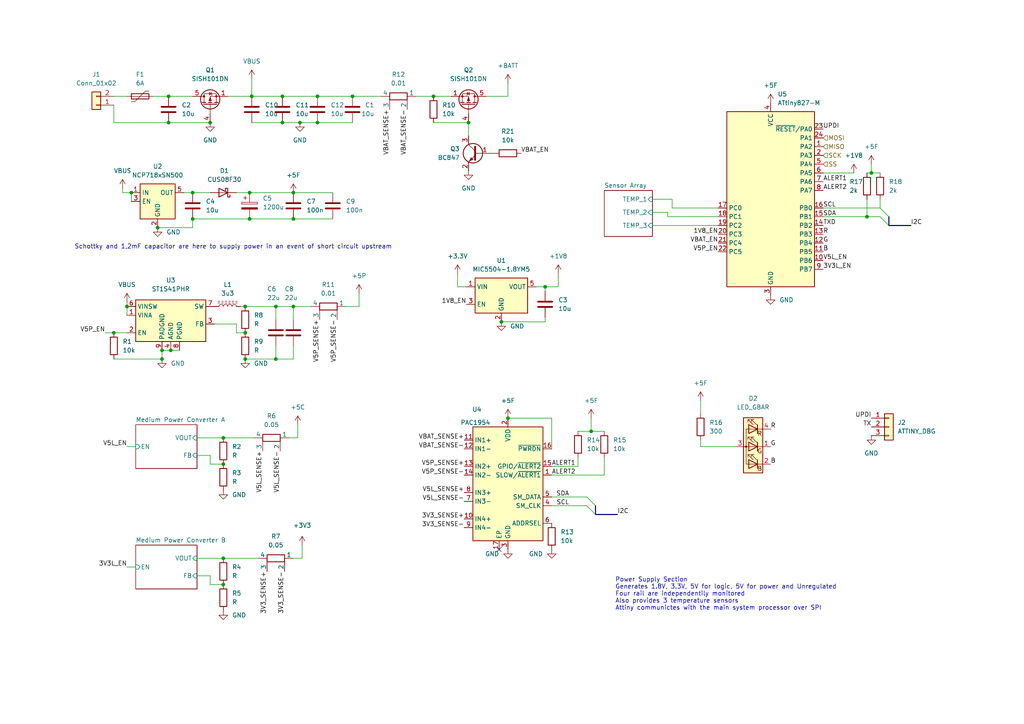
<source format=kicad_sch>
(kicad_sch (version 20211123) (generator eeschema)
  (paper "A4")
  (title_block (title "Tau") (rev "0.1.0") (company "3FALL"))
  (lib_symbols
    (symbol "Analog_ADC:PAC1934x-xJQ"
      (property "Reference" "U?" (at -10.16 21.59 0))
      (property "Value" "PAC1954" (at -10.16 19.05 0))
      (symbol "PAC1934x-xJQ_0_1"
        (rectangle (start -10.16 17.78) (end 10.16 -15.24) (stroke (width 0.254)) (fill (type background)))
      )
      (symbol "PAC1934x-xJQ_1_1"
        (pin open_collector line (at -12.7 3.81 0) (length 2.54) (name "SLOW/~{ALERT1}") (number "1"))
        (pin input line (at 12.7 -8.89 180) (length 2.54) (name "IN4+") (number "10"))
        (pin input line (at 12.7 13.97 180) (length 2.54) (name "IN1+") (number "11"))
        (pin input line (at 12.7 11.43 180) (length 2.54) (name "IN1-") (number "12"))
        (pin input line (at 12.7 6.35 180) (length 2.54) (name "IN2+") (number "13"))
        (pin input line (at 12.7 3.81 180) (length 2.54) (name "IN2-") (number "14"))
        (pin open_collector line (at -12.7 6.35 0) (length 2.54) (name "GPIO/~{ALERT2}") (number "15"))
        (pin input line (at -12.7 11.43 0) (length 2.54) (name "~{PWRDN}") (number "16"))
        (pin power_in line (at 2.54 -17.78 90) (length 2.54) (name "EP") (number "17"))
        (pin power_in line (at 0 20.32 270) (length 2.54) (name "VDD") (number "2"))
        (pin power_in line (at 0 -17.78 90) (length 2.54) (name "GND") (number "3"))
        (pin input line (at -12.7 -5.08 0) (length 2.54) (name "SM_CLK") (number "4"))
        (pin bidirectional line (at -12.7 -2.54 0) (length 2.54) (name "SM_DATA") (number "5"))
        (pin passive line (at -12.7 -10.16 0) (length 2.54) (name "ADDRSEL") (number "6"))
        (pin input line (at 12.7 -3.81 180) (length 2.54) (name "IN3-") (number "7"))
        (pin input line (at 12.7 -1.27 180) (length 2.54) (name "IN3+") (number "8"))
        (pin input line (at 12.7 -11.43 180) (length 2.54) (name "IN4-") (number "9"))
      )
    )
    (symbol "Connector_Generic:Conn_01x02" (pin_names (offset 1.016) hide)
      (property "Reference" "J" (at 0 2.54 0))
      (property "Value" "Conn_01x02" (at 0 -5.08 0))
      (symbol "Conn_01x02_1_1"
        (rectangle (start -1.27 -2.413) (end 0 -2.667) (stroke (width 0.1524)))
        (rectangle (start -1.27 0.127) (end 0 -0.127) (stroke (width 0.1524)))
        (rectangle (start -1.27 1.27) (end 1.27 -3.81) (stroke (width 0.254)) (fill (type background)))
        (pin passive line (at -5.08 0 0) (length 3.81) (name "Pin_1") (number "1"))
        (pin passive line (at -5.08 -2.54 0) (length 3.81) (name "Pin_2") (number "2"))
      )
    )
    (symbol "Connector_Generic:Conn_01x03" (pin_names (offset 1.016) hide)
      (property "Reference" "J" (at 0 5.08 0))
      (property "Value" "Conn_01x03" (at 0 -5.08 0))
      (symbol "Conn_01x03_1_1"
        (rectangle (start -1.27 -2.413) (end 0 -2.667) (stroke (width 0.1524)))
        (rectangle (start -1.27 0.127) (end 0 -0.127) (stroke (width 0.1524)))
        (rectangle (start -1.27 2.667) (end 0 2.413) (stroke (width 0.1524)))
        (rectangle (start -1.27 3.81) (end 1.27 -3.81) (stroke (width 0.254)) (fill (type background)))
        (pin passive line (at -5.08 2.54 0) (length 3.81) (name "Pin_1") (number "1"))
        (pin passive line (at -5.08 0 0) (length 3.81) (name "Pin_2") (number "2"))
        (pin passive line (at -5.08 -2.54 0) (length 3.81) (name "Pin_3") (number "3"))
      )
    )
    (symbol "Device:C" (pin_numbers hide) (pin_names (offset 0.254))
      (property "Reference" "C" (at 0.635 2.54 0))
      (property "Value" "C" (at 0.635 -2.54 0))
      (symbol "C_0_1"
        (polyline (pts (xy -2.032 -0.762) (xy 2.032 -0.762)) (stroke (width 0.508)))
        (polyline (pts (xy -2.032 0.762) (xy 2.032 0.762)) (stroke (width 0.508)))
      )
      (symbol "C_1_1"
        (pin passive line (at 0 3.81 270) (length 2.794) (name "~") (number "1"))
        (pin passive line (at 0 -3.81 90) (length 2.794) (name "~") (number "2"))
      )
    )
    (symbol "Device:C_Polarized" (pin_numbers hide) (pin_names (offset 0.254))
      (property "Reference" "C" (at 0.635 2.54 0))
      (property "Value" "C_Polarized" (at 0.635 -2.54 0))
      (symbol "C_Polarized_0_1"
        (rectangle (start -2.286 0.508) (end 2.286 1.016))
        (polyline (pts (xy -1.778 2.286) (xy -0.762 2.286)))
        (polyline (pts (xy -1.27 2.794) (xy -1.27 1.778)))
        (rectangle (start 2.286 -0.508) (end -2.286 -1.016) (fill (type outline)))
      )
      (symbol "C_Polarized_1_1"
        (pin passive line (at 0 3.81 270) (length 2.794) (name "~") (number "1"))
        (pin passive line (at 0 -3.81 90) (length 2.794) (name "~") (number "2"))
      )
    )
    (symbol "Device:D_Schottky" (pin_numbers hide) (pin_names (offset 1.016) hide)
      (property "Reference" "D" (at 0 2.54 0))
      (property "Value" "D_Schottky" (at 0 -2.54 0))
      (symbol "D_Schottky_0_1"
        (polyline (pts (xy 1.27 0) (xy -1.27 0)))
        (polyline (pts (xy 1.27 1.27) (xy 1.27 -1.27) (xy -1.27 0) (xy 1.27 1.27)) (stroke (width 0.254)))
        (polyline (pts (xy -1.905 0.635) (xy -1.905 1.27) (xy -1.27 1.27) (xy -1.27 -1.27) (xy -0.635 -1.27) (xy -0.635 -0.635)) (stroke (width 0.254)))
      )
      (symbol "D_Schottky_1_1"
        (pin passive line (at -3.81 0 0) (length 2.54) (name "K") (number "1"))
        (pin passive line (at 3.81 0 180) (length 2.54) (name "A") (number "2"))
      )
    )
    (symbol "Device:LED_GBAR" (pin_names (offset 0) hide)
      (property "Reference" "D" (at 0 9.398 0))
      (property "Value" "LED_GBAR" (at 0 -8.89 0))
      (symbol "LED_GBAR_0_0"
        (text "B" (at -1.905 -6.35 0) (effects (font (size 1.27 1.27))))
        (text "G" (at -1.905 -1.27 0) (effects (font (size 1.27 1.27))))
        (text "R" (at -1.905 3.81 0) (effects (font (size 1.27 1.27))))
      )
      (symbol "LED_GBAR_0_1"
        (polyline (pts (xy -1.27 -5.08) (xy -2.54 -5.08)))
        (polyline (pts (xy -1.27 -5.08) (xy 1.27 -5.08)))
        (polyline (pts (xy -1.27 -3.81) (xy -1.27 -6.35)) (stroke (width 0.254)))
        (polyline (pts (xy -1.27 0) (xy -2.54 0)))
        (polyline (pts (xy -1.27 1.27) (xy -1.27 -1.27)) (stroke (width 0.254)))
        (polyline (pts (xy -1.27 5.08) (xy -2.54 5.08)))
        (polyline (pts (xy -1.27 5.08) (xy 1.27 5.08)))
        (polyline (pts (xy -1.27 6.35) (xy -1.27 3.81)) (stroke (width 0.254)))
        (polyline (pts (xy 1.27 0) (xy -1.27 0)))
        (polyline (pts (xy 1.27 0) (xy 2.54 0)))
        (polyline (pts (xy -1.27 1.27) (xy -1.27 -1.27) (xy -1.27 -1.27)))
        (polyline (pts (xy -1.27 6.35) (xy -1.27 3.81) (xy -1.27 3.81)))
        (polyline (pts (xy 1.27 -5.08) (xy 2.032 -5.08) (xy 2.032 5.08) (xy 1.27 5.08)))
        (polyline (pts (xy 1.27 -3.81) (xy 1.27 -6.35) (xy -1.27 -5.08) (xy 1.27 -3.81)) (stroke (width 0.254)))
        (polyline (pts (xy 1.27 1.27) (xy 1.27 -1.27) (xy -1.27 0) (xy 1.27 1.27)) (stroke (width 0.254)))
        (polyline (pts (xy 1.27 6.35) (xy 1.27 3.81) (xy -1.27 5.08) (xy 1.27 6.35)) (stroke (width 0.254)))
        (polyline (pts (xy -1.016 -3.81) (xy 0.508 -2.286) (xy -0.254 -2.286) (xy 0.508 -2.286) (xy 0.508 -3.048)))
        (polyline (pts (xy -1.016 1.27) (xy 0.508 2.794) (xy -0.254 2.794) (xy 0.508 2.794) (xy 0.508 2.032)))
        (polyline (pts (xy -1.016 6.35) (xy 0.508 7.874) (xy -0.254 7.874) (xy 0.508 7.874) (xy 0.508 7.112)))
        (polyline (pts (xy 0 -3.81) (xy 1.524 -2.286) (xy 0.762 -2.286) (xy 1.524 -2.286) (xy 1.524 -3.048)))
        (polyline (pts (xy 0 1.27) (xy 1.524 2.794) (xy 0.762 2.794) (xy 1.524 2.794) (xy 1.524 2.032)))
        (polyline (pts (xy 0 6.35) (xy 1.524 7.874) (xy 0.762 7.874) (xy 1.524 7.874) (xy 1.524 7.112)))
        (rectangle (start 1.27 -1.27) (end 1.27 1.27))
        (rectangle (start 1.27 1.27) (end 1.27 1.27))
        (rectangle (start 1.27 3.81) (end 1.27 6.35))
        (rectangle (start 1.27 6.35) (end 1.27 6.35))
        (circle (center 2.032 0) (radius 0.254) (fill (type outline)))
        (rectangle (start 2.794 8.382) (end -2.794 -7.62) (stroke (width 0.254)) (fill (type background)))
      )
      (symbol "LED_GBAR_1_1"
        (pin passive line (at -5.08 0 0) (length 2.54) (name "GK") (number "1"))
        (pin passive line (at -5.08 -5.08 0) (length 2.54) (name "BK") (number "2"))
        (pin passive line (at 5.08 0 180) (length 2.54) (name "A") (number "3"))
        (pin passive line (at -5.08 5.08 0) (length 2.54) (name "RK") (number "4"))
      )
    )
    (symbol "Device:L_Ferrite" (pin_numbers hide) (pin_names (offset 1.016) hide)
      (property "Reference" "L" (at -1.27 0 90))
      (property "Value" "L_Ferrite" (at 2.794 0 90))
      (symbol "L_Ferrite_0_1"
        (arc (start 0 -2.54) (mid 0.635 -1.905) (end 0 -1.27))
        (arc (start 0 -1.27) (mid 0.635 -0.635) (end 0 0))
        (polyline (pts (xy 1.016 -2.794) (xy 1.016 -2.286)))
        (polyline (pts (xy 1.016 -1.778) (xy 1.016 -1.27)))
        (polyline (pts (xy 1.016 -0.762) (xy 1.016 -0.254)))
        (polyline (pts (xy 1.016 0.254) (xy 1.016 0.762)))
        (polyline (pts (xy 1.016 1.27) (xy 1.016 1.778)))
        (polyline (pts (xy 1.016 2.286) (xy 1.016 2.794)))
        (polyline (pts (xy 1.524 -2.286) (xy 1.524 -2.794)))
        (polyline (pts (xy 1.524 -1.27) (xy 1.524 -1.778)))
        (polyline (pts (xy 1.524 -0.254) (xy 1.524 -0.762)))
        (polyline (pts (xy 1.524 0.762) (xy 1.524 0.254)))
        (polyline (pts (xy 1.524 1.778) (xy 1.524 1.27)))
        (polyline (pts (xy 1.524 2.794) (xy 1.524 2.286)))
        (arc (start 0 0) (mid 0.635 0.635) (end 0 1.27))
        (arc (start 0 1.27) (mid 0.635 1.905) (end 0 2.54))
      )
      (symbol "L_Ferrite_1_1"
        (pin passive line (at 0 3.81 270) (length 1.27) (name "1") (number "1"))
        (pin passive line (at 0 -3.81 90) (length 1.27) (name "2") (number "2"))
      )
    )
    (symbol "Device:Polyfuse" (pin_numbers hide) (pin_names (offset 0))
      (property "Reference" "F" (at -2.54 0 90))
      (property "Value" "Polyfuse" (at 2.54 0 90))
      (symbol "Polyfuse_0_1"
        (rectangle (start -0.762 2.54) (end 0.762 -2.54) (stroke (width 0.254)))
        (polyline (pts (xy 0 2.54) (xy 0 -2.54)))
        (polyline (pts (xy -1.524 2.54) (xy -1.524 1.524) (xy 1.524 -1.524) (xy 1.524 -2.54)))
      )
      (symbol "Polyfuse_1_1"
        (pin passive line (at 0 3.81 270) (length 1.27) (name "~") (number "1"))
        (pin passive line (at 0 -3.81 90) (length 1.27) (name "~") (number "2"))
      )
    )
    (symbol "Device:R" (pin_numbers hide) (pin_names (offset 0))
      (property "Reference" "R" (at 2.032 0 90))
      (property "Value" "R" (at 0 0 90))
      (symbol "R_0_1"
        (rectangle (start -1.016 -2.54) (end 1.016 2.54) (stroke (width 0.254)))
      )
      (symbol "R_1_1"
        (pin passive line (at 0 3.81 270) (length 1.27) (name "~") (number "1"))
        (pin passive line (at 0 -3.81 90) (length 1.27) (name "~") (number "2"))
      )
    )
    (symbol "Device:R_Shunt" (pin_numbers hide) (pin_names (offset 0))
      (property "Reference" "R" (at -4.445 0 90))
      (property "Value" "R_Shunt" (at -2.54 0 90))
      (symbol "R_Shunt_0_1"
        (rectangle (start -1.016 -2.54) (end 1.016 2.54) (stroke (width 0.254)))
        (polyline (pts (xy 0 -2.54) (xy 1.27 -2.54)))
        (polyline (pts (xy 1.27 2.54) (xy 0 2.54)))
      )
      (symbol "R_Shunt_1_1"
        (pin passive line (at 0 5.08 270) (length 2.54) (name "1") (number "1"))
        (pin passive line (at 3.81 2.54 180) (length 2.54) (name "2") (number "2"))
        (pin passive line (at 3.81 -2.54 180) (length 2.54) (name "3") (number "3"))
        (pin passive line (at 0 -5.08 90) (length 2.54) (name "4") (number "4"))
      )
    )
    (symbol "MCU_Microchip_ATtiny:ATtiny827-M"
      (property "Reference" "U" (at -12.7 26.67 0))
      (property "Value" "ATtiny827-M" (at 2.54 -26.67 0))
      (symbol "ATtiny827-M_0_1"
        (rectangle (start -12.7 -25.4) (end 12.7 25.4) (stroke (width 0.254)) (fill (type background)))
      )
      (symbol "ATtiny827-M_1_1"
        (pin bidirectional line (at 15.24 15.24 180) (length 2.54) (name "PA2") (number "1"))
        (pin bidirectional line (at 15.24 -17.78 180) (length 2.54) (name "PB6") (number "10"))
        (pin bidirectional line (at 15.24 -15.24 180) (length 2.54) (name "PB5") (number "11"))
        (pin bidirectional line (at 15.24 -12.7 180) (length 2.54) (name "PB4") (number "12"))
        (pin bidirectional line (at 15.24 -10.16 180) (length 2.54) (name "PB3") (number "13"))
        (pin bidirectional line (at 15.24 -7.62 180) (length 2.54) (name "PB2") (number "14"))
        (pin bidirectional line (at 15.24 -5.08 180) (length 2.54) (name "PB1") (number "15"))
        (pin bidirectional line (at 15.24 -2.54 180) (length 2.54) (name "PB0") (number "16"))
        (pin bidirectional line (at -15.24 -2.54 0) (length 2.54) (name "PC0") (number "17"))
        (pin bidirectional line (at -15.24 -5.08 0) (length 2.54) (name "PC1") (number "18"))
        (pin bidirectional line (at -15.24 -7.62 0) (length 2.54) (name "PC2") (number "19"))
        (pin bidirectional line (at 15.24 12.7 180) (length 2.54) (name "PA3") (number "2"))
        (pin bidirectional line (at -15.24 -10.16 0) (length 2.54) (name "PC3") (number "20"))
        (pin bidirectional line (at -15.24 -12.7 0) (length 2.54) (name "PC4") (number "21"))
        (pin bidirectional line (at -15.24 -15.24 0) (length 2.54) (name "PC5") (number "22"))
        (pin bidirectional line (at 15.24 20.32 180) (length 2.54) (name "~{RESET}/PA0") (number "23"))
        (pin bidirectional line (at 15.24 17.78 180) (length 2.54) (name "PA1") (number "24"))
        (pin passive line (at 0 -27.94 90) (length 2.54) hide (name "GND") (number "25"))
        (pin power_in line (at 0 -27.94 90) (length 2.54) (name "GND") (number "3"))
        (pin power_in line (at 0 27.94 270) (length 2.54) (name "VCC") (number "4"))
        (pin bidirectional line (at 15.24 10.16 180) (length 2.54) (name "PA4") (number "5"))
        (pin bidirectional line (at 15.24 7.62 180) (length 2.54) (name "PA5") (number "6"))
        (pin bidirectional line (at 15.24 5.08 180) (length 2.54) (name "PA6") (number "7"))
        (pin bidirectional line (at 15.24 2.54 180) (length 2.54) (name "PA7") (number "8"))
        (pin bidirectional line (at 15.24 -20.32 180) (length 2.54) (name "PB7") (number "9"))
      )
    )
    (symbol "Regulator_Linear:MIC5504-1.8YM5"
      (property "Reference" "U" (at -7.62 8.89 0))
      (property "Value" "MIC5504-1.8YM5" (at -7.62 6.35 0))
      (symbol "MIC5504-1.8YM5_0_1"
        (rectangle (start -7.62 -5.08) (end 7.62 5.08) (stroke (width 0.254)) (fill (type background)))
      )
      (symbol "MIC5504-1.8YM5_1_1"
        (pin power_in line (at -10.16 2.54 0) (length 2.54) (name "VIN") (number "1"))
        (pin power_in line (at 0 -7.62 90) (length 2.54) (name "GND") (number "2"))
        (pin input line (at -10.16 -2.54 0) (length 2.54) (name "EN") (number "3"))
        (pin no_connect line (at 7.62 -2.54 180) (length 2.54) hide (name "NC") (number "4"))
        (pin power_out line (at 10.16 2.54 180) (length 2.54) (name "VOUT") (number "5"))
      )
    )
    (symbol "Regulator_Linear:NCP718xSN500"
      (property "Reference" "U" (at -3.81 6.35 0))
      (property "Value" "NCP718xSN500" (at 6.35 6.35 0))
      (symbol "NCP718xSN500_0_1"
        (rectangle (start -5.08 -5.08) (end 5.08 5.08) (stroke (width 0.254)) (fill (type background)))
        (pin power_in line (at -7.62 2.54 0) (length 2.54) (name "IN") (number "1"))
        (pin power_in line (at 0 -7.62 90) (length 2.54) (name "GND") (number "2"))
        (pin input line (at -7.62 0 0) (length 2.54) (name "EN") (number "3"))
        (pin no_connect line (at 5.08 0 180) (length 2.54) hide (name "NC") (number "4"))
        (pin power_out line (at 7.62 2.54 180) (length 2.54) (name "OUT") (number "5"))
      )
    )
    (symbol "Regulator_Switching:ST1S10PHR"
      (property "Reference" "U?" (at 0 10.16 0))
      (property "Value" "ST1S41PHR" (at 0 7.62 0))
      (symbol "ST1S10PHR_0_1"
        (rectangle (start 10.16 4.445) (end -10.16 -7.62) (stroke (width 0.254)) (fill (type background)))
      )
      (symbol "ST1S10PHR_1_1"
        (pin power_in line (at -12.7 0 0) (length 2.54) (name "VINA") (number "1"))
        (pin input line (at -12.7 -5.08 0) (length 2.54) (name "EN") (number "2"))
        (pin input line (at 12.7 -2.54 180) (length 2.54) (name "FB") (number "3"))
        (pin power_in line (at 0 -10.16 90) (length 2.54) (name "AGND") (number "4"))
        (pin input line (at -12.7 2.54 0) (length 2.54) (name "VINSW") (number "6"))
        (pin output line (at 12.7 2.54 180) (length 2.54) (name "SW") (number "7"))
        (pin power_in line (at 2.54 -10.16 90) (length 2.54) (name "PGND") (number "8"))
        (pin power_in line (at -2.54 -10.16 90) (length 2.54) (name "PADGND") (number "9"))
      )
    )
    (symbol "Transistor_BJT:BC847" (pin_names (offset 0) hide)
      (property "Reference" "Q" (at 5.08 1.905 0))
      (property "Value" "BC847" (at 5.08 0 0))
      (symbol "BC847_0_1"
        (polyline (pts (xy 0.635 0.635) (xy 2.54 2.54)))
        (polyline (pts (xy 0.635 -0.635) (xy 2.54 -2.54) (xy 2.54 -2.54)))
        (polyline (pts (xy 0.635 1.905) (xy 0.635 -1.905) (xy 0.635 -1.905)) (stroke (width 0.508)))
        (polyline (pts (xy 1.27 -1.778) (xy 1.778 -1.27) (xy 2.286 -2.286) (xy 1.27 -1.778) (xy 1.27 -1.778)) (fill (type outline)))
        (circle (center 1.27 0) (radius 2.8194) (stroke (width 0.254)))
      )
      (symbol "BC847_1_1"
        (pin input line (at -5.08 0 0) (length 5.715) (name "B") (number "1"))
        (pin passive line (at 2.54 -5.08 90) (length 2.54) (name "E") (number "2"))
        (pin passive line (at 2.54 5.08 270) (length 2.54) (name "C") (number "3"))
      )
    )
    (symbol "Transistor_FET:SiS415DNT" (pin_names hide)
      (property "Reference" "Q" (at 5.08 1.905 0))
      (property "Value" "SiS415DNT" (at 5.08 0 0))
      (symbol "SiS415DNT_0_1"
        (polyline (pts (xy 0.254 0) (xy -2.54 0)))
        (polyline (pts (xy 0.254 1.905) (xy 0.254 -1.905)) (stroke (width 0.254)))
        (polyline (pts (xy 0.762 -1.27) (xy 0.762 -2.286)) (stroke (width 0.254)))
        (polyline (pts (xy 0.762 0.508) (xy 0.762 -0.508)) (stroke (width 0.254)))
        (polyline (pts (xy 0.762 2.286) (xy 0.762 1.27)) (stroke (width 0.254)))
        (polyline (pts (xy 2.54 2.54) (xy 2.54 1.778)))
        (polyline (pts (xy 2.54 -2.54) (xy 2.54 0) (xy 0.762 0)))
        (polyline (pts (xy 0.762 1.778) (xy 3.302 1.778) (xy 3.302 -1.778) (xy 0.762 -1.778)))
        (polyline (pts (xy 2.286 0) (xy 1.27 0.381) (xy 1.27 -0.381) (xy 2.286 0)) (fill (type outline)))
        (polyline (pts (xy 2.794 -0.508) (xy 2.921 -0.381) (xy 3.683 -0.381) (xy 3.81 -0.254)))
        (polyline (pts (xy 3.302 -0.381) (xy 2.921 0.254) (xy 3.683 0.254) (xy 3.302 -0.381)))
        (circle (center 1.651 0) (radius 2.794) (stroke (width 0.254)))
        (circle (center 2.54 -1.778) (radius 0.254) (fill (type outline)))
        (circle (center 2.54 1.778) (radius 0.254) (fill (type outline)))
      )
      (symbol "SiS415DNT_1_1"
        (pin passive line (at 2.54 -5.08 90) (length 2.54) (name "S") (number "1"))
        (pin passive line (at 2.54 -5.08 90) (length 2.54) hide (name "S") (number "2"))
        (pin passive line (at 2.54 -5.08 90) (length 2.54) hide (name "S") (number "3"))
        (pin passive line (at -5.08 0 0) (length 2.54) (name "G") (number "4"))
        (pin passive line (at 2.54 5.08 270) (length 2.54) (name "D") (number "5"))
      )
    )
    (symbol "power:+1V8" (power) (pin_names (offset 0))
      (property "Value" "+1V8" (at 0 3.556 0))
      (symbol "+1V8_0_1"
        (polyline (pts (xy -0.762 1.27) (xy 0 2.54)))
        (polyline (pts (xy 0 0) (xy 0 2.54)))
        (polyline (pts (xy 0 2.54) (xy 0.762 1.27)))
      )
      (symbol "+1V8_1_1"
        (pin power_in line (at 0 0 90) (length 0) hide (name "+1V8") (number "1"))
      )
    )
    (symbol "power:+3.3V" (power) (pin_names (offset 0))
      (property "Value" "+3.3V" (at 0 3.556 0))
      (symbol "+3.3V_0_1"
        (polyline (pts (xy -0.762 1.27) (xy 0 2.54)))
        (polyline (pts (xy 0 0) (xy 0 2.54)))
        (polyline (pts (xy 0 2.54) (xy 0.762 1.27)))
      )
      (symbol "+3.3V_1_1"
        (pin power_in line (at 0 0 90) (length 0) hide (name "+3.3V") (number "1"))
      )
    )
    (symbol "power:+3V3" (power) (pin_names (offset 0))
      (property "Value" "+3V3" (at 0 3.556 0))
      (symbol "+3V3_0_1"
        (polyline (pts (xy -0.762 1.27) (xy 0 2.54)))
        (polyline (pts (xy 0 0) (xy 0 2.54)))
        (polyline (pts (xy 0 2.54) (xy 0.762 1.27)))
      )
      (symbol "+3V3_1_1"
        (pin power_in line (at 0 0 90) (length 0) hide (name "+3V3") (number "1"))
      )
    )
    (symbol "power:+5C" (power) (pin_names (offset 0))
      (property "Value" "+5C" (at 0 3.556 0))
      (symbol "+5C_0_1"
        (polyline (pts (xy -0.762 1.27) (xy 0 2.54)))
        (polyline (pts (xy 0 0) (xy 0 2.54)))
        (polyline (pts (xy 0 2.54) (xy 0.762 1.27)))
      )
      (symbol "+5C_1_1"
        (pin power_in line (at 0 0 90) (length 0) hide (name "+5C") (number "1"))
      )
    )
    (symbol "power:+5F" (power) (pin_names (offset 0))
      (property "Value" "+5F" (at 0 3.556 0))
      (symbol "+5F_0_1"
        (polyline (pts (xy -0.762 1.27) (xy 0 2.54)))
        (polyline (pts (xy 0 0) (xy 0 2.54)))
        (polyline (pts (xy 0 2.54) (xy 0.762 1.27)))
      )
      (symbol "+5F_1_1"
        (pin power_in line (at 0 0 90) (length 0) hide (name "+5F") (number "1"))
      )
    )
    (symbol "power:+5P" (power) (pin_names (offset 0))
      (property "Value" "+5P" (at 0 3.556 0))
      (symbol "+5P_0_1"
        (polyline (pts (xy -0.762 1.27) (xy 0 2.54)))
        (polyline (pts (xy 0 0) (xy 0 2.54)))
        (polyline (pts (xy 0 2.54) (xy 0.762 1.27)))
      )
      (symbol "+5P_1_1"
        (pin power_in line (at 0 0 90) (length 0) hide (name "+5P") (number "1"))
      )
    )
    (symbol "power:+BATT" (power) (pin_names (offset 0))
      (property "Value" "+BATT" (at 0 3.556 0))
      (symbol "+BATT_0_1"
        (polyline (pts (xy -0.762 1.27) (xy 0 2.54)))
        (polyline (pts (xy 0 0) (xy 0 2.54)))
        (polyline (pts (xy 0 2.54) (xy 0.762 1.27)))
      )
      (symbol "+BATT_1_1"
        (pin power_in line (at 0 0 90) (length 0) hide (name "+BATT") (number "1"))
      )
    )
    (symbol "power:GND" (power) (pin_names (offset 0))
      (property "Value" "GND" (at 0 -3.81 0))
      (symbol "GND_0_1"
        (polyline (pts (xy 0 0) (xy 0 -1.27) (xy 1.27 -1.27) (xy 0 -2.54) (xy -1.27 -1.27) (xy 0 -1.27)))
      )
      (symbol "GND_1_1"
        (pin power_in line (at 0 0 270) (length 0) hide (name "GND") (number "1"))
      )
    )
    (symbol "power:VBUS" (power) (pin_names (offset 0))
      (property "Value" "VBUS" (at 0 3.81 0))
      (symbol "VBUS_0_1"
        (polyline (pts (xy -0.762 1.27) (xy 0 2.54)))
        (polyline (pts (xy 0 0) (xy 0 2.54)))
        (polyline (pts (xy 0 2.54) (xy 0.762 1.27)))
      )
      (symbol "VBUS_1_1"
        (pin power_in line (at 0 0 90) (length 0) hide (name "VBUS") (number "1"))
      )
    )
  )
  (junction (at 49.53 101.6))
  (junction (at 71.12 96.52))
  (junction (at 85.09 88.9))
  (junction (at 73.025 27.94))
  (junction (at 33.02 96.52))
  (junction (at 80.01 88.9))
  (junction (at 64.77 134.62))
  (junction (at 252.73 50.165))
  (junction (at 72.39 55.88))
  (junction (at 46.99 101.6))
  (junction (at 171.45 125.095))
  (junction (at 145.415 93.345))
  (junction (at 36.83 88.9))
  (junction (at 64.77 161.925))
  (junction (at 85.09 63.5))
  (junction (at 81.915 35.56))
  (junction (at 81.915 27.94))
  (junction (at 38.1 55.88))
  (junction (at 64.77 127))
  (junction (at 55.88 55.88))
  (junction (at 64.77 169.545))
  (junction (at 125.73 27.94))
  (junction (at 92.075 35.56))
  (junction (at 147.32 121.285))
  (junction (at 71.12 88.9))
  (junction (at 46.99 104.14))
  (junction (at 72.39 63.5))
  (junction (at 80.01 104.14))
  (junction (at 48.895 35.56))
  (junction (at 92.075 27.94))
  (junction (at 55.88 63.5))
  (junction (at 45.72 66.04))
  (junction (at 60.96 35.56))
  (junction (at 48.895 27.94))
  (junction (at 102.235 27.94))
  (junction (at 86.995 35.56))
  (junction (at 158.115 83.185))
  (junction (at 135.89 35.56))
  (junction (at 85.09 55.88))
  (junction (at 251.46 62.865))
  (junction (at 71.12 104.14))
  (no_connect (at 144.78 159.385))
  (bus_entry (at 255.27 60.325) (size 2.54 2.54))
  (bus_entry (at 255.27 62.865) (size 2.54 2.54))
  (bus_entry (at 170.18 144.145) (size 2.54 2.54))
  (bus_entry (at 170.18 146.685) (size 2.54 2.54))
  (wire (pts (xy 85.09 92.71) (xy 85.09 88.9)))
  (wire (pts (xy 81.915 27.94) (xy 92.075 27.94)))
  (wire (pts (xy 255.27 57.785) (xy 255.27 60.325)))
  (wire (pts (xy 189.23 65.405) (xy 208.28 65.405)))
  (wire (pts (xy 72.39 63.5) (xy 85.09 63.5)))
  (wire (pts (xy 85.09 55.88) (xy 96.52 55.88)))
  (wire (pts (xy 171.45 125.095) (xy 175.26 125.095)))
  (wire (pts (xy 64.77 127) (xy 73.66 127)))
  (wire (pts (xy 57.15 161.925) (xy 64.77 161.925)))
  (wire (pts (xy 62.23 93.98) (xy 68.58 93.98)))
  (wire (pts (xy 71.12 88.9) (xy 80.01 88.9)))
  (wire (pts (xy 53.34 55.88) (xy 55.88 55.88)))
  (wire (pts (xy 86.36 123.19) (xy 86.36 127)))
  (wire (pts (xy 102.235 27.94) (xy 110.49 27.94)))
  (wire (pts (xy 46.99 101.6) (xy 49.53 101.6)))
  (wire (pts (xy 36.83 129.54) (xy 39.37 129.54)))
  (wire (pts (xy 92.075 35.56) (xy 102.235 35.56)))
  (wire (pts (xy 45.72 66.04) (xy 55.88 66.04)))
  (wire (pts (xy 175.26 137.795) (xy 175.26 132.715)))
  (wire (pts (xy 64.77 161.925) (xy 74.93 161.925)))
  (wire (pts (xy 33.02 35.56) (xy 48.895 35.56)))
  (wire (pts (xy 35.56 55.88) (xy 38.1 55.88)))
  (wire (pts (xy 73.025 35.56) (xy 81.915 35.56)))
  (wire (pts (xy 171.45 121.285) (xy 171.45 125.095)))
  (wire (pts (xy 135.255 83.185) (xy 132.715 83.185)))
  (wire (pts (xy 85.09 63.5) (xy 96.52 63.5)))
  (wire (pts (xy 44.45 27.94) (xy 48.895 27.94)))
  (wire (pts (xy 203.2 116.205) (xy 203.2 120.015)))
  (wire (pts (xy 68.58 96.52) (xy 71.12 96.52)))
  (wire (pts (xy 86.995 35.56) (xy 92.075 35.56)))
  (wire (pts (xy 238.76 62.865) (xy 251.46 62.865)))
  (wire (pts (xy 147.32 27.94) (xy 140.97 27.94)))
  (wire (pts (xy 55.88 66.04) (xy 55.88 63.5)))
  (wire (pts (xy 69.85 88.9) (xy 71.12 88.9)))
  (wire (pts (xy 147.32 121.285) (xy 160.02 121.285)))
  (bus (pts (xy 257.81 65.405) (xy 264.16 65.405)))
  (wire (pts (xy 80.01 100.33) (xy 80.01 104.14)))
  (wire (pts (xy 167.64 125.095) (xy 171.45 125.095)))
  (wire (pts (xy 60.96 167.005) (xy 60.96 169.545)))
  (wire (pts (xy 60.96 132.08) (xy 60.96 134.62)))
  (wire (pts (xy 36.83 88.9) (xy 36.83 91.44)))
  (wire (pts (xy 238.76 60.325) (xy 255.27 60.325)))
  (wire (pts (xy 161.925 79.375) (xy 161.925 83.185)))
  (wire (pts (xy 68.58 93.98) (xy 68.58 96.52)))
  (wire (pts (xy 57.15 132.08) (xy 60.96 132.08)))
  (wire (pts (xy 49.53 101.6) (xy 52.07 101.6)))
  (wire (pts (xy 80.01 104.14) (xy 85.09 104.14)))
  (wire (pts (xy 81.915 35.56) (xy 86.995 35.56)))
  (wire (pts (xy 189.23 57.785) (xy 194.945 57.785)))
  (wire (pts (xy 46.99 101.6) (xy 46.99 104.14)))
  (wire (pts (xy 135.89 35.56) (xy 135.89 39.37)))
  (wire (pts (xy 38.1 55.88) (xy 38.1 58.42)))
  (wire (pts (xy 33.02 104.14) (xy 46.99 104.14)))
  (wire (pts (xy 60.96 169.545) (xy 64.77 169.545)))
  (wire (pts (xy 36.83 164.465) (xy 39.37 164.465)))
  (wire (pts (xy 57.15 167.005) (xy 60.96 167.005)))
  (wire (pts (xy 193.675 62.865) (xy 208.28 62.865)))
  (wire (pts (xy 170.18 144.145) (xy 160.02 144.145)))
  (bus (pts (xy 172.72 149.225) (xy 179.07 149.225)))
  (wire (pts (xy 36.83 87.63) (xy 36.83 88.9)))
  (wire (pts (xy 55.88 55.88) (xy 60.96 55.88)))
  (wire (pts (xy 48.895 35.56) (xy 60.96 35.56)))
  (bus (pts (xy 257.81 62.865) (xy 257.81 65.405)))
  (wire (pts (xy 92.075 27.94) (xy 102.235 27.94)))
  (wire (pts (xy 161.925 83.185) (xy 158.115 83.185)))
  (wire (pts (xy 66.04 27.94) (xy 73.025 27.94)))
  (wire (pts (xy 160.02 121.285) (xy 160.02 130.175)))
  (wire (pts (xy 158.115 93.345) (xy 145.415 93.345)))
  (wire (pts (xy 160.02 135.255) (xy 167.64 135.255)))
  (wire (pts (xy 132.715 83.185) (xy 132.715 79.375)))
  (wire (pts (xy 147.32 27.94) (xy 147.32 24.13)))
  (wire (pts (xy 194.945 57.785) (xy 194.945 60.325)))
  (wire (pts (xy 57.15 127) (xy 64.77 127)))
  (wire (pts (xy 125.73 27.94) (xy 130.81 27.94)))
  (wire (pts (xy 73.025 22.86) (xy 73.025 27.94)))
  (wire (pts (xy 247.65 50.165) (xy 238.76 50.165)))
  (wire (pts (xy 55.88 63.5) (xy 72.39 63.5)))
  (wire (pts (xy 80.01 92.71) (xy 80.01 88.9)))
  (wire (pts (xy 33.02 30.48) (xy 33.02 35.56)))
  (wire (pts (xy 104.14 88.9) (xy 100.33 88.9)))
  (wire (pts (xy 104.14 85.09) (xy 104.14 88.9)))
  (wire (pts (xy 189.23 61.595) (xy 193.675 61.595)))
  (wire (pts (xy 87.63 161.925) (xy 85.09 161.925)))
  (wire (pts (xy 193.675 61.595) (xy 193.675 62.865)))
  (wire (pts (xy 73.025 27.94) (xy 81.915 27.94)))
  (wire (pts (xy 86.36 127) (xy 83.82 127)))
  (wire (pts (xy 80.01 88.9) (xy 85.09 88.9)))
  (wire (pts (xy 48.895 27.94) (xy 55.88 27.94)))
  (wire (pts (xy 251.46 62.865) (xy 255.27 62.865)))
  (wire (pts (xy 87.63 158.115) (xy 87.63 161.925)))
  (wire (pts (xy 203.2 127.635) (xy 203.2 129.54)))
  (wire (pts (xy 60.96 134.62) (xy 64.77 134.62)))
  (wire (pts (xy 33.02 27.94) (xy 36.83 27.94)))
  (wire (pts (xy 72.39 55.88) (xy 85.09 55.88)))
  (wire (pts (xy 252.73 47.625) (xy 252.73 50.165)))
  (wire (pts (xy 251.46 57.785) (xy 251.46 62.865)))
  (wire (pts (xy 125.73 35.56) (xy 135.89 35.56)))
  (wire (pts (xy 170.18 146.685) (xy 160.02 146.685)))
  (wire (pts (xy 160.02 137.795) (xy 175.26 137.795)))
  (wire (pts (xy 167.64 135.255) (xy 167.64 132.715)))
  (wire (pts (xy 158.115 92.075) (xy 158.115 93.345)))
  (wire (pts (xy 155.575 83.185) (xy 158.115 83.185)))
  (wire (pts (xy 35.56 54.61) (xy 35.56 55.88)))
  (wire (pts (xy 251.46 50.165) (xy 252.73 50.165)))
  (wire (pts (xy 158.115 84.455) (xy 158.115 83.185)))
  (wire (pts (xy 85.09 100.33) (xy 85.09 104.14)))
  (wire (pts (xy 33.02 96.52) (xy 36.83 96.52)))
  (wire (pts (xy 30.48 96.52) (xy 33.02 96.52)))
  (wire (pts (xy 80.01 104.14) (xy 71.12 104.14)))
  (wire (pts (xy 85.09 88.9) (xy 90.17 88.9)))
  (wire (pts (xy 252.73 50.165) (xy 255.27 50.165)))
  (wire (pts (xy 120.65 27.94) (xy 125.73 27.94)))
  (bus (pts (xy 172.72 146.685) (xy 172.72 149.225)))
  (wire (pts (xy 203.2 129.54) (xy 213.36 129.54)))
  (wire (pts (xy 194.945 60.325) (xy 208.28 60.325)))
  (wire (pts (xy 68.58 55.88) (xy 72.39 55.88)))
  (text "Schottky and 1,2mF capacitor are here to supply power in an event of short circuit upstream\n" (at 21.59 72.39 0) (effects (font (size 1.27 1.27)) (justify left bottom)))
  (text "Power Supply Section\nGenerates 1.8V, 3.3V, 5V for logic, 5V for power and Unregulated\nFour rail are independentily monitored\nAlso provides 3 temperature sensors\nAttiny communictes with the main system processor over SPI" (at 178.435 177.165 0) (effects (font (size 1.27 1.27)) (justify left bottom)))
  (label "VBAT_SENSE-" (at 134.62 130.175 180))
  (label "V5L_SENSE-" (at 134.62 145.415 180))
  (label "VBAT_EN" (at 208.28 70.485 180))
  (label "SDA" (at 238.76 62.865 0))
  (label "SCL" (at 165.1 146.685 180))
  (label "V5L_SENSE+" (at 76.2 130.81 270))
  (label "V5P_SENSE-" (at 97.79 92.71 270))
  (label "VBAT_SENSE-" (at 118.11 31.75 270))
  (label "3V3_SENSE+" (at 77.47 165.735 270))
  (label "ALERT2" (at 238.76 55.245 0))
  (label "V5L_SENSE-" (at 81.28 130.81 270))
  (label "3V3L_EN" (at 36.83 164.465 180))
  (label "B" (at 238.76 73.025 0))
  (label "3V3_SENSE-" (at 82.55 165.735 270))
  (label "ALERT1" (at 238.76 52.705 0))
  (label "TXD" (at 238.76 65.405 0))
  (label "V5L_EN" (at 238.76 75.565 0))
  (label "SDA" (at 165.1 144.145 180))
  (label "ALERT2" (at 160.02 137.795 0))
  (label "V5P_SENSE+" (at 134.62 135.255 180))
  (label "VBAT_EN" (at 151.13 44.45 0))
  (label "V5P_EN" (at 208.28 73.025 180))
  (label "B" (at 223.52 134.62 0))
  (label "VBAT_SENSE+" (at 113.03 31.75 270))
  (label "SCL" (at 238.76 60.325 0))
  (label "I2C" (at 179.07 149.225 0))
  (label "3V3_SENSE-" (at 134.62 153.035 180))
  (label "1V8_EN" (at 208.28 67.945 180))
  (label "G" (at 223.52 129.54 0))
  (label "VBAT_SENSE+" (at 134.62 127.635 180))
  (label "R" (at 223.52 124.46 0))
  (label "3V3L_EN" (at 238.76 78.105 0))
  (label "V5L_EN" (at 36.83 129.54 180))
  (label "UPDI" (at 238.76 37.465 0))
  (label "UPDI" (at 252.73 121.285 180))
  (label "G" (at 238.76 70.485 0))
  (label "I2C" (at 264.16 65.405 0))
  (label "R" (at 238.76 67.945 0))
  (label "V5P_SENSE+" (at 92.71 92.71 270))
  (label "1V8_EN" (at 135.255 88.265 180))
  (label "TX" (at 252.73 123.825 180))
  (label "3V3_SENSE+" (at 134.62 150.495 180))
  (label "V5L_SENSE+" (at 134.62 142.875 180))
  (label "ALERT1" (at 160.02 135.255 0))
  (label "V5P_SENSE-" (at 134.62 137.795 180))
  (label "V5P_EN" (at 30.48 96.52 180))
  (hierarchical_label "MOSI" (shape input) (at 238.76 40.005 0))
  (hierarchical_label "SS" (shape input) (at 238.76 47.625 0))
  (hierarchical_label "MISO" (shape input) (at 238.76 42.545 0))
  (hierarchical_label "SCK" (shape input) (at 238.76 45.085 0))
  (symbol (lib_id "power:GND") (at 46.99 104.14 0) (mirror y) (unit 1)
    (property "Reference" "#PWR0101" (effects hide))
    (property "Value" "GND" (at 49.53 105.4099 0) (effects (justify right)))
  )
  (symbol (lib_id "Device:R") (at 255.27 53.975 0) (unit 1)
    (property "Reference" "R18" (at 257.81 52.7049 0) (effects (justify left)))
    (property "Value" "2k" (at 257.81 55.2449 0) (effects (justify left)))
    (property "Footprint" "Resistor_SMD:R_0603_1608Metric" (effects hide))
  )
  (symbol (lib_id "Device:L_Ferrite") (at 66.04 88.9 90) (unit 1)
    (property "Reference" "L1" (at 66.04 82.55 90))
    (property "Value" "3u3" (at 66.04 85.09 90))
    (property "Footprint" "Inductor_SMD:L_Bourns_SRP7028A_7.3x6.6mm" (effects hide))
  )
  (symbol (lib_id "Device:R") (at 64.77 130.81 0) (unit 1)
    (property "Reference" "R2" (at 67.31 129.5399 0) (effects (justify left)))
    (property "Value" "R" (at 67.31 132.0799 0) (effects (justify left)))
    (property "Footprint" "Resistor_SMD:R_0603_1608Metric" (effects hide))
  )
  (symbol (lib_id "Device:D_Schottky") (at 64.77 55.88 180) (unit 1)
    (property "Reference" "D1" (at 65.0875 49.53 0))
    (property "Value" "CUS08F30" (at 65.0875 52.07 0))
    (property "Footprint" "Diode_SMD:D_SOD-323_HandSoldering" (effects hide))
  )
  (symbol (lib_id "power:GND") (at 135.89 49.53 0) (mirror y) (unit 1)
    (property "Reference" "#PWR0134" (effects hide))
    (property "Value" "GND" (at 135.89 54.61 0))
  )
  (symbol (lib_id "power:GND") (at 252.73 126.365 0) (unit 1)
    (property "Reference" "#PWR03" (effects hide))
    (property "Value" "GND" (at 252.73 131.445 0))
  )
  (symbol (lib_id "Device:R") (at 167.64 128.905 0) (unit 1)
    (property "Reference" "R14" (at 170.18 127.6349 0) (effects (justify left)))
    (property "Value" "10k" (at 170.18 130.1749 0) (effects (justify left)))
    (property "Footprint" "Resistor_SMD:R_0603_1608Metric" (effects hide))
  )
  (symbol (lib_id "Device:R") (at 64.77 165.735 0) (unit 1)
    (property "Reference" "R4" (at 67.31 164.4649 0) (effects (justify left)))
    (property "Value" "R" (at 67.31 167.0049 0) (effects (justify left)))
    (property "Footprint" "Resistor_SMD:R_0603_1608Metric" (effects hide))
  )
  (symbol (lib_id "power:+1V8") (at 247.65 50.165 0) (unit 1)
    (property "Reference" "#PWR0135" (effects hide))
    (property "Value" "+1V8" (at 247.65 45.085 0))
  )
  (symbol (lib_id "power:GND") (at 147.32 159.385 0) (unit 1)
    (property "Reference" "#PWR0123" (effects hide))
    (property "Value" "GND" (at 144.78 160.6549 0) (effects (justify right)))
  )
  (symbol (lib_id "Regulator_Switching:ST1S10PHR") (at 49.53 91.44 0) (unit 1)
    (property "Reference" "U3" (at 49.53 81.28 0))
    (property "Value" "ST1S41PHR" (at 49.53 83.82 0))
    (property "Footprint" "Package_SO:TI_SO-PowerPAD-8" (effects hide))
    (property "Datasheet" "http://www.st.com/internet/com/TECHNICAL_RESOURCES/TECHNICAL_LITERATURE/DATASHEET/CD00169322.pdf" (effects hide))
  )
  (symbol (lib_id "Device:C") (at 92.075 31.75 0) (unit 1)
    (property "Reference" "C12" (at 95.885 30.4799 0) (effects (justify left)))
    (property "Value" "10u" (at 95.885 33.0199 0) (effects (justify left)))
    (property "Footprint" "Capacitor_SMD:C_0805_2012Metric" (effects hide))
  )
  (symbol (lib_id "Device:R") (at 71.12 100.33 0) (unit 1)
    (property "Reference" "R9" (at 73.66 99.0599 0) (effects (justify left)))
    (property "Value" "R" (at 73.66 101.5999 0) (effects (justify left)))
    (property "Footprint" "Resistor_SMD:R_0603_1608Metric" (effects hide))
  )
  (symbol (lib_id "Device:R_Shunt") (at 95.25 88.9 270) (unit 1)
    (property "Reference" "R11" (at 95.25 82.55 90))
    (property "Value" "0.01" (at 95.25 85.09 90))
    (property "Footprint" "FCT4:FC4TR100DER" (effects hide))
  )
  (symbol (lib_id "power:VBUS") (at 73.025 22.86 0) (unit 1)
    (property "Reference" "#PWR0111" (effects hide))
    (property "Value" "VBUS" (at 73.025 17.78 0))
  )
  (symbol (lib_id "Device:R") (at 33.02 100.33 0) (unit 1)
    (property "Reference" "R1" (at 35.56 99.0599 0) (effects (justify left)))
    (property "Value" "10k" (at 35.56 101.5999 0) (effects (justify left)))
    (property "Footprint" "Resistor_SMD:R_0603_1608Metric" (effects hide))
  )
  (symbol (lib_id "Device:R_Shunt") (at 80.01 161.925 270) (unit 1)
    (property "Reference" "R7" (at 80.01 155.575 90))
    (property "Value" "0.05" (at 80.01 158.115 90))
    (property "Footprint" "FCT4:FC4TR100DER" (effects hide))
  )
  (symbol (lib_id "power:+5F") (at 223.52 29.845 0) (unit 1)
    (property "Reference" "#PWR0118" (effects hide))
    (property "Value" "+5F" (at 223.52 24.765 0))
  )
  (symbol (lib_id "power:GND") (at 60.96 35.56 0) (unit 1)
    (property "Reference" "#PWR0112" (effects hide))
    (property "Value" "GND" (at 60.96 40.64 0))
  )
  (symbol (lib_id "Device:C") (at 80.01 96.52 0) (unit 1)
    (property "Reference" "C6" (at 77.47 83.82 0) (effects (justify left)))
    (property "Value" "22u" (at 77.47 86.36 0) (effects (justify left)))
    (property "Footprint" "Capacitor_SMD:C_0805_2012Metric" (effects hide))
  )
  (symbol (lib_id "Device:C") (at 55.88 59.69 0) (unit 1)
    (property "Reference" "C4" (at 59.69 58.4199 0) (effects (justify left)))
    (property "Value" "10u" (at 59.69 60.9599 0) (effects (justify left)))
    (property "Footprint" "Capacitor_SMD:C_0805_2012Metric" (effects hide))
  )
  (symbol (lib_id "Device:C") (at 85.09 96.52 0) (unit 1)
    (property "Reference" "C8" (at 82.55 83.82 0) (effects (justify left)))
    (property "Value" "22u" (at 82.55 86.36 0) (effects (justify left)))
    (property "Footprint" "Capacitor_SMD:C_0805_2012Metric" (effects hide))
  )
  (symbol (lib_id "Device:R") (at 71.12 92.71 0) (unit 1)
    (property "Reference" "R8" (at 73.66 91.4399 0) (effects (justify left)))
    (property "Value" "R" (at 73.66 93.9799 0) (effects (justify left)))
    (property "Footprint" "Resistor_SMD:R_0603_1608Metric" (effects hide))
  )
  (symbol (lib_id "power:GND") (at 160.02 159.385 0) (unit 1)
    (property "Reference" "#PWR0122" (effects hide))
    (property "Value" "GND" (at 157.48 160.6549 0) (effects (justify right)))
  )
  (symbol (lib_id "Regulator_Linear:MIC5504-1.8YM5") (at 145.415 85.725 0) (unit 1)
    (property "Reference" "U1" (at 145.415 75.565 0))
    (property "Value" "MIC5504-1.8YM5" (at 145.415 78.105 0))
    (property "Footprint" "Package_TO_SOT_SMD:SOT-23-5" (effects hide))
    (property "Datasheet" "http://ww1.microchip.com/downloads/en/DeviceDoc/MIC550X.pdf" (effects hide))
  )
  (symbol (lib_id "power:GND") (at 145.415 93.345 0) (mirror y) (unit 1)
    (property "Reference" "#PWR0106" (effects hide))
    (property "Value" "GND" (at 147.955 94.6149 0) (effects (justify right)))
  )
  (symbol (lib_id "Device:R") (at 64.77 173.355 0) (unit 1)
    (property "Reference" "R5" (at 67.31 172.0849 0) (effects (justify left)))
    (property "Value" "R" (at 67.31 174.6249 0) (effects (justify left)))
    (property "Footprint" "Resistor_SMD:R_0603_1608Metric" (effects hide))
  )
  (symbol (lib_id "power:GND") (at 64.77 142.24 0) (mirror y) (unit 1)
    (property "Reference" "#PWR0103" (effects hide))
    (property "Value" "GND" (at 67.31 143.5099 0) (effects (justify right)))
  )
  (symbol (lib_id "power:+5F") (at 203.2 116.205 0) (mirror y) (unit 1)
    (property "Reference" "#PWR02" (effects hide))
    (property "Value" "+5F" (at 203.2 111.125 0))
  )
  (symbol (lib_id "Transistor_BJT:BC847") (at 138.43 44.45 0) (mirror y) (unit 1)
    (property "Reference" "Q3" (at 133.35 43.1799 0) (effects (justify left)))
    (property "Value" "BC847" (at 133.35 45.7199 0) (effects (justify left)))
    (property "Footprint" "Package_TO_SOT_SMD:SOT-23" (effects hide))
    (property "Datasheet" "http://www.infineon.com/dgdl/Infineon-BC847SERIES_BC848SERIES_BC849SERIES_BC850SERIES-DS-v01_01-en.pdf?fileId=db3a304314dca389011541d4630a1657" (effects hide))
  )
  (symbol (lib_id "power:GND") (at 64.77 177.165 0) (mirror y) (unit 1)
    (property "Reference" "#PWR0107" (effects hide))
    (property "Value" "GND" (at 67.31 178.4349 0) (effects (justify right)))
  )
  (symbol (lib_id "power:VBUS") (at 35.56 54.61 0) (unit 1)
    (property "Reference" "#PWR0121" (effects hide))
    (property "Value" "VBUS" (at 35.56 49.53 0))
  )
  (symbol (lib_id "Device:C") (at 96.52 59.69 0) (unit 1)
    (property "Reference" "C9" (at 100.33 58.4199 0) (effects (justify left)))
    (property "Value" "100n" (at 100.33 60.9599 0) (effects (justify left)))
    (property "Footprint" "Capacitor_SMD:C_0603_1608Metric" (effects hide))
  )
  (symbol (lib_id "Device:C") (at 102.235 31.75 0) (unit 1)
    (property "Reference" "C1" (at 108.585 30.48 0) (effects (justify right)))
    (property "Value" "10u" (at 108.585 33.02 0) (effects (justify right)))
    (property "Footprint" "Capacitor_SMD:C_0805_2012Metric" (effects hide))
  )
  (symbol (lib_id "power:+BATT") (at 147.32 24.13 0) (unit 1)
    (property "Reference" "#PWR0115" (effects hide))
    (property "Value" "+BATT" (at 147.32 19.05 0))
  )
  (symbol (lib_id "Transistor_FET:SiS415DNT") (at 135.89 30.48 270) (mirror x) (unit 1)
    (property "Reference" "Q2" (at 135.89 20.32 90))
    (property "Value" "SISH101DN" (at 135.89 22.86 90))
    (property "Footprint" "Package_SO:Vishay_PowerPAK_1212-8_Single" (effects hide))
    (property "Datasheet" "https://www.vishay.com/docs/63684/sis415dnt.pdf" (effects hide))
  )
  (symbol (lib_id "Device:C") (at 48.895 31.75 0) (unit 1)
    (property "Reference" "C2" (at 52.705 30.4799 0) (effects (justify left)))
    (property "Value" "10u" (at 52.705 33.0199 0) (effects (justify left)))
    (property "Footprint" "Capacitor_SMD:C_0805_2012Metric" (effects hide))
  )
  (symbol (lib_id "power:GND") (at 71.12 104.14 0) (mirror y) (unit 1)
    (property "Reference" "#PWR0102" (effects hide))
    (property "Value" "GND" (at 73.66 105.4099 0) (effects (justify right)))
  )
  (symbol (lib_id "power:+5F") (at 147.32 121.285 0) (unit 1)
    (property "Reference" "#PWR0120" (effects hide))
    (property "Value" "+5F" (at 147.32 116.205 0))
  )
  (symbol (lib_id "MCU_Microchip_ATtiny:ATtiny827-M") (at 223.52 57.785 0) (unit 1)
    (property "Reference" "U5" (at 225.5394 27.305 0) (effects (justify left)))
    (property "Value" "ATtiny827-M" (at 225.5394 29.845 0) (effects (justify left)))
    (property "Footprint" "Package_DFN_QFN:QFN-24-1EP_4x4mm_P0.5mm_EP2.6x2.6mm" (effects hide))
    (property "Datasheet" "https://ww1.microchip.com/downloads/en/DeviceDoc/ATtiny424-426-427-824-826-827-DataSheet-DS40002311A.pdf" (effects hide))
  )
  (symbol (lib_id "power:+3.3V") (at 132.715 79.375 0) (unit 1)
    (property "Reference" "#PWR0109" (effects hide))
    (property "Value" "+3.3V" (at 132.715 74.295 0))
  )
  (symbol (lib_id "Device:LED_GBAR") (at 218.44 129.54 0) (mirror y) (unit 1)
    (property "Reference" "D2" (at 218.44 115.57 0))
    (property "Value" "LED_GBAR" (at 218.44 118.11 0))
    (property "Footprint" "LED_SMD:LED_Cree-PLCC4_2x2mm_CW" (effects hide))
  )
  (symbol (lib_id "Device:C") (at 85.09 59.69 0) (unit 1)
    (property "Reference" "C7" (at 88.9 58.4199 0) (effects (justify left)))
    (property "Value" "100n" (at 88.9 60.9599 0) (effects (justify left)))
    (property "Footprint" "Capacitor_SMD:C_0603_1608Metric" (effects hide))
  )
  (symbol (lib_id "power:+5C") (at 86.36 123.19 0) (unit 1)
    (property "Reference" "#PWR0104" (effects hide))
    (property "Value" "+5C" (at 86.36 118.11 0))
  )
  (symbol (lib_id "power:GND") (at 45.72 66.04 0) (mirror y) (unit 1)
    (property "Reference" "#PWR0110" (effects hide))
    (property "Value" "GND" (at 48.26 67.3099 0) (effects (justify right)))
  )
  (symbol (lib_id "Device:C") (at 81.915 31.75 0) (unit 1)
    (property "Reference" "C11" (at 85.725 30.4799 0) (effects (justify left)))
    (property "Value" "10u" (at 85.725 33.0199 0) (effects (justify left)))
    (property "Footprint" "Capacitor_SMD:C_0805_2012Metric" (effects hide))
  )
  (symbol (lib_id "Device:R") (at 251.46 53.975 0) (unit 1)
    (property "Reference" "R17" (at 246.38 52.705 0) (effects (justify left)))
    (property "Value" "2k" (at 246.38 55.245 0) (effects (justify left)))
    (property "Footprint" "Resistor_SMD:R_0603_1608Metric" (effects hide))
  )
  (symbol (lib_id "Device:R") (at 125.73 31.75 0) (unit 1)
    (property "Reference" "R10" (at 128.27 30.4799 0) (effects (justify left)))
    (property "Value" "10k" (at 128.27 33.0199 0) (effects (justify left)))
    (property "Footprint" "Resistor_SMD:R_0603_1608Metric" (effects hide))
  )
  (symbol (lib_id "Device:R_Shunt") (at 78.74 127 270) (unit 1)
    (property "Reference" "R6" (at 78.74 120.65 90))
    (property "Value" "0.05" (at 78.74 123.19 90))
    (property "Footprint" "FCT4:FC4TR100DER" (effects hide))
  )
  (symbol (lib_id "Connector_Generic:Conn_01x02") (at 27.94 30.48 180) (unit 1)
    (property "Reference" "J1" (at 27.94 21.59 0))
    (property "Value" "Conn_01x02" (at 27.94 24.13 0))
    (property "Footprint" "TerminalBlock_MetzConnect:TerminalBlock_MetzConnect_Type086_RT03402HBLC_1x02_P3.81mm_Horizontal" (effects hide))
  )
  (symbol (lib_id "power:GND") (at 86.995 35.56 0) (unit 1)
    (property "Reference" "#PWR0113" (effects hide))
    (property "Value" "GND" (at 86.995 40.64 0))
  )
  (symbol (lib_id "power:+5P") (at 104.14 85.09 0) (unit 1)
    (property "Reference" "#PWR0116" (effects hide))
    (property "Value" "+5P" (at 104.14 80.01 0))
  )
  (symbol (lib_id "Device:C_Polarized") (at 72.39 59.69 0) (unit 1)
    (property "Reference" "C5" (at 76.2 57.5309 0) (effects (justify left)))
    (property "Value" "1200u" (at 76.2 60.0709 0) (effects (justify left)))
    (property "Footprint" "Capacitor_SMD:CP_Elec_8x10" (effects hide))
  )
  (symbol (lib_id "Transistor_FET:SiS415DNT") (at 60.96 30.48 90) (unit 1)
    (property "Reference" "Q1" (at 60.96 20.32 90))
    (property "Value" "SISH101DN" (at 60.96 22.86 90))
    (property "Footprint" "Package_SO:Vishay_PowerPAK_1212-8_Single" (effects hide))
    (property "Datasheet" "https://www.vishay.com/docs/63684/sis415dnt.pdf" (effects hide))
  )
  (symbol (lib_id "power:VBUS") (at 36.83 87.63 0) (unit 1)
    (property "Reference" "#PWR0125" (effects hide))
    (property "Value" "VBUS" (at 36.83 82.55 0))
  )
  (symbol (lib_id "power:+3V3") (at 87.63 158.115 0) (unit 1)
    (property "Reference" "#PWR?" (effects hide))
    (property "Value" "+3V3" (at 87.63 152.4 0))
  )
  (symbol (lib_id "power:+5F") (at 171.45 121.285 0) (mirror y) (unit 1)
    (property "Reference" "#PWR01" (effects hide))
    (property "Value" "+5F" (at 171.45 116.205 0))
  )
  (symbol (lib_id "Device:C") (at 158.115 88.265 0) (unit 1)
    (property "Reference" "C3" (at 161.925 86.9949 0) (effects (justify left)))
    (property "Value" "10u" (at 161.925 89.5349 0) (effects (justify left)))
    (property "Footprint" "Capacitor_SMD:C_0805_2012Metric" (effects hide))
  )
  (symbol (lib_id "power:+5F") (at 85.09 55.88 0) (unit 1)
    (property "Reference" "#PWR0114" (effects hide))
    (property "Value" "+5F" (at 85.09 50.8 0))
  )
  (symbol (lib_id "Device:C") (at 73.025 31.75 0) (unit 1)
    (property "Reference" "C10" (at 76.835 30.4799 0) (effects (justify left)))
    (property "Value" "10u" (at 76.835 33.0199 0) (effects (justify left)))
    (property "Footprint" "Capacitor_SMD:C_0805_2012Metric" (effects hide))
  )
  (symbol (lib_id "Analog_ADC:PAC1934x-xJQ") (at 147.32 141.605 0) (mirror y) (unit 1)
    (property "Reference" "U4" (at 139.7 118.745 0) (effects (justify left)))
    (property "Value" "PAC1954" (at 142.24 122.555 0) (effects (justify left)))
    (property "Footprint" "Package_DFN_QFN:UQFN-16-1EP_4x4mm_P0.65mm_EP2.7x2.7mm" (effects hide))
    (property "Datasheet" "http://ww1.microchip.com/downloads/en/DeviceDoc/PAC1931-Family-Data-Sheet-DS20005850E.pdf" (effects hide))
  )
  (symbol (lib_id "power:+1V8") (at 161.925 79.375 0) (unit 1)
    (property "Reference" "#PWR0108" (effects hide))
    (property "Value" "+1V8" (at 161.925 74.295 0))
  )
  (symbol (lib_id "Regulator_Linear:NCP718xSN500") (at 45.72 58.42 0) (unit 1)
    (property "Reference" "U2" (at 45.72 48.26 0))
    (property "Value" "NCP718xSN500" (at 45.72 50.8 0))
    (property "Footprint" "Package_TO_SOT_SMD:SOT-23-5" (effects hide))
    (property "Datasheet" "https://www.onsemi.com/pub/Collateral/NCP718-D.PDF" (effects hide))
  )
  (symbol (lib_id "Device:Polyfuse") (at 40.64 27.94 90) (unit 1)
    (property "Reference" "F1" (at 40.64 21.59 90))
    (property "Value" "6A" (at 40.64 24.13 90))
    (property "Footprint" "Fuse:Fuse_2920_7451Metric_Pad2.10x5.45mm_HandSolder" (effects hide))
  )
  (symbol (lib_id "Device:R") (at 175.26 128.905 0) (unit 1)
    (property "Reference" "R15" (at 177.8 127.6349 0) (effects (justify left)))
    (property "Value" "10k" (at 177.8 130.1749 0) (effects (justify left)))
    (property "Footprint" "Resistor_SMD:R_0603_1608Metric" (effects hide))
  )
  (symbol (lib_id "Device:R") (at 160.02 155.575 0) (unit 1)
    (property "Reference" "R13" (at 162.56 154.3049 0) (effects (justify left)))
    (property "Value" "10k" (at 162.56 156.8449 0) (effects (justify left)))
    (property "Footprint" "Resistor_SMD:R_0603_1608Metric" (effects hide))
  )
  (symbol (lib_id "Connector_Generic:Conn_01x03") (at 257.81 123.825 0) (unit 1)
    (property "Reference" "J2" (at 260.35 122.5549 0) (effects (justify left)))
    (property "Value" "ATTINY_DBG" (at 260.35 125.0949 0) (effects (justify left)))
  )
  (symbol (lib_id "Device:R") (at 203.2 123.825 180) (unit 1)
    (property "Reference" "R16" (at 205.74 122.5549 0) (effects (justify right)))
    (property "Value" "300" (at 205.74 125.0949 0) (effects (justify right)))
    (property "Footprint" "Resistor_SMD:R_0603_1608Metric" (effects hide))
  )
  (symbol (lib_id "Device:R") (at 147.32 44.45 270) (mirror x) (unit 1)
    (property "Reference" "R21" (at 147.32 38.1 90))
    (property "Value" "10k" (at 147.32 40.64 90))
    (property "Footprint" "Resistor_SMD:R_0603_1608Metric" (effects hide))
  )
  (symbol (lib_id "Device:R_Shunt") (at 115.57 27.94 270) (unit 1)
    (property "Reference" "R12" (at 115.57 21.59 90))
    (property "Value" "0.01" (at 115.57 24.13 90))
    (property "Footprint" "FCT4:FC4TR100DER" (effects hide))
  )
  (symbol (lib_id "power:+5F") (at 252.73 47.625 0) (unit 1)
    (property "Reference" "#PWR0119" (effects hide))
    (property "Value" "+5F" (at 252.73 42.545 0))
  )
  (symbol (lib_id "power:GND") (at 223.52 85.725 0) (mirror y) (unit 1)
    (property "Reference" "#PWR0117" (effects hide))
    (property "Value" "GND" (at 226.06 86.9949 0) (effects (justify right)))
  )
  (symbol (lib_id "Device:R") (at 64.77 138.43 0) (unit 1)
    (property "Reference" "R3" (at 67.31 137.1599 0) (effects (justify left)))
    (property "Value" "R" (at 67.31 139.6999 0) (effects (justify left)))
    (property "Footprint" "Resistor_SMD:R_0603_1608Metric" (effects hide))
  )
  (sheet (at 39.37 158.115) (size 17.78 12.7) (stroke (width 0.1524))
    (property "Sheet name" "Medium Power Converter B" (at 39.37 157.4034 0) (effects (justify left bottom)))
    (property "Sheet file" "medium_power_converter.kicad_sch" (effects hide))
    (pin "EN" input (at 39.37 164.465 180))
    (pin "FB" input (at 57.15 167.005 0))
    (pin "VOUT" input (at 57.15 161.925 0))
  )
  (sheet (at 175.26 55.245) (size 13.97 13.335) (stroke (width 0.1524))
    (property "Sheet name" "Sensor Array" (at 175.26 54.5334 0) (effects (justify left bottom)))
    (property "Sheet file" "psu_sensor_array.kicad_sch" (effects hide))
    (pin "TEMP_2" input (at 189.23 61.595 0))
    (pin "TEMP_1" input (at 189.23 57.785 0))
    (pin "TEMP_3" input (at 189.23 65.405 0))
  )
  (sheet (at 39.37 123.19) (size 17.78 12.7) (stroke (width 0.1524))
    (property "Sheet name" "Medium Power Converter A" (at 39.37 122.4784 0) (effects (justify left bottom)))
    (property "Sheet file" "medium_power_converter.kicad_sch" (effects hide))
    (pin "EN" input (at 39.37 129.54 180))
    (pin "FB" input (at 57.15 132.08 0))
    (pin "VOUT" input (at 57.15 127 0))
  )
)
</source>
